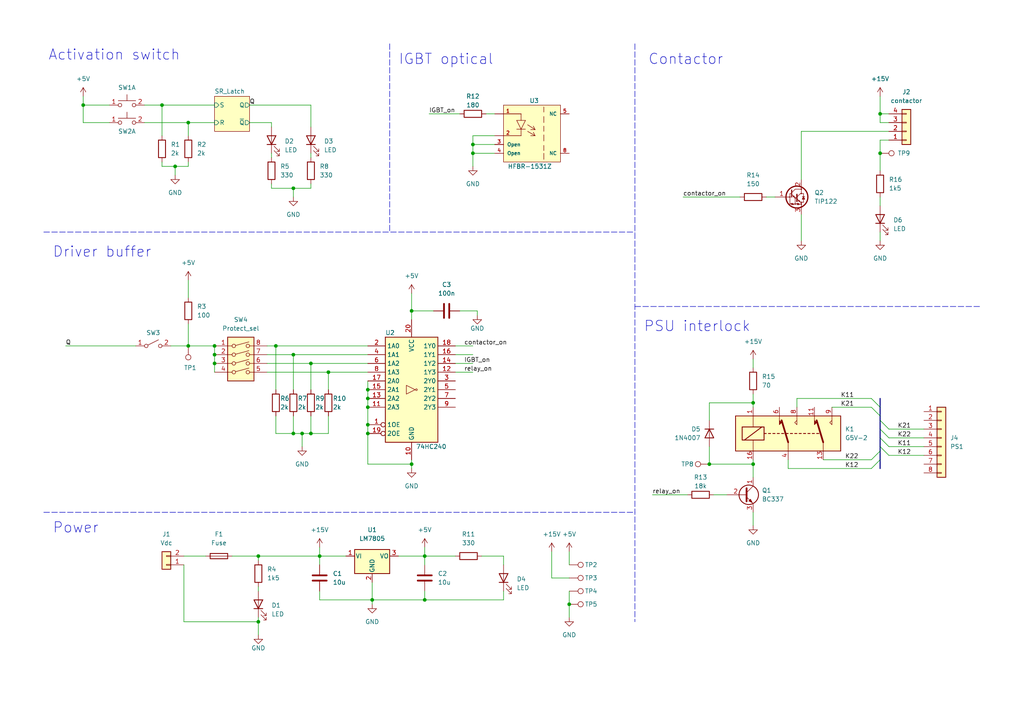
<source format=kicad_sch>
(kicad_sch (version 20211123) (generator eeschema)
  (paper "A4")
  (title_block (title "QPS Driver Circuit") (date "2022-08-26") (comment 1 "Samuel Fraga") (comment 2 "SWLS - Quench Protection"))
  (lib_symbols
    (symbol "74xx:74HC240"
      (property "Reference" "U" (at -7.62 16.51 0))
      (property "Value" "74HC240" (at -7.62 -16.51 0))
      (symbol "74HC240_1_0"
        (polyline (pts (xy 1.016 0) (xy -1.524 1.27) (xy -1.524 -1.27) (xy 1.016 0)) (stroke (width 0.1524)))
        (circle (center 1.397 0) (radius 0.254) (stroke (width 0.1524)))
        (pin input inverted (at -12.7 -10.16 0) (length 5.08) (name "1OE") (number "1"))
        (pin power_in line (at 0 -20.32 90) (length 5.08) (name "GND") (number "10"))
        (pin input line (at -12.7 -5.08 0) (length 5.08) (name "2A3") (number "11"))
        (pin tri_state line (at 12.7 5.08 180) (length 5.08) (name "1Y3") (number "12"))
        (pin input line (at -12.7 -2.54 0) (length 5.08) (name "2A2") (number "13"))
        (pin tri_state line (at 12.7 7.62 180) (length 5.08) (name "1Y2") (number "14"))
        (pin input line (at -12.7 0 0) (length 5.08) (name "2A1") (number "15"))
        (pin tri_state line (at 12.7 10.16 180) (length 5.08) (name "1Y1") (number "16"))
        (pin input line (at -12.7 2.54 0) (length 5.08) (name "2A0") (number "17"))
        (pin tri_state line (at 12.7 12.7 180) (length 5.08) (name "1Y0") (number "18"))
        (pin input inverted (at -12.7 -12.7 0) (length 5.08) (name "2OE") (number "19"))
        (pin input line (at -12.7 12.7 0) (length 5.08) (name "1A0") (number "2"))
        (pin power_in line (at 0 20.32 270) (length 5.08) (name "VCC") (number "20"))
        (pin tri_state line (at 12.7 2.54 180) (length 5.08) (name "2Y0") (number "3"))
        (pin input line (at -12.7 10.16 0) (length 5.08) (name "1A1") (number "4"))
        (pin tri_state line (at 12.7 0 180) (length 5.08) (name "2Y1") (number "5"))
        (pin input line (at -12.7 7.62 0) (length 5.08) (name "1A2") (number "6"))
        (pin tri_state line (at 12.7 -2.54 180) (length 5.08) (name "2Y2") (number "7"))
        (pin input line (at -12.7 5.08 0) (length 5.08) (name "1A3") (number "8"))
        (pin tri_state line (at 12.7 -5.08 180) (length 5.08) (name "2Y3") (number "9"))
      )
      (symbol "74HC240_1_1"
        (rectangle (start -7.62 15.24) (end 7.62 -15.24) (stroke (width 0.254)) (fill (type background)))
      )
    )
    (symbol "Connector:TestPoint" (pin_numbers hide) (pin_names (offset 0.762) hide)
      (property "Reference" "TP" (at 0 6.858 0))
      (property "Value" "TestPoint" (at 0 5.08 0))
      (symbol "TestPoint_0_1"
        (circle (center 0 3.302) (radius 0.762))
      )
      (symbol "TestPoint_1_1"
        (pin passive line (at 0 0 90) (length 2.54) (name "1") (number "1"))
      )
    )
    (symbol "Connector_Generic:Conn_01x02" (pin_names (offset 1.016) hide)
      (property "Reference" "J" (at 0 2.54 0))
      (property "Value" "Conn_01x02" (at 0 -5.08 0))
      (symbol "Conn_01x02_1_1"
        (rectangle (start -1.27 -2.413) (end 0 -2.667) (stroke (width 0.1524)))
        (rectangle (start -1.27 0.127) (end 0 -0.127) (stroke (width 0.1524)))
        (rectangle (start -1.27 1.27) (end 1.27 -3.81) (stroke (width 0.254)) (fill (type background)))
        (pin passive line (at -5.08 0 0) (length 3.81) (name "Pin_1") (number "1"))
        (pin passive line (at -5.08 -2.54 0) (length 3.81) (name "Pin_2") (number "2"))
      )
    )
    (symbol "Connector_Generic:Conn_01x04" (pin_names (offset 1.016) hide)
      (property "Reference" "J" (at 0 5.08 0))
      (property "Value" "Conn_01x04" (at 0 -7.62 0))
      (symbol "Conn_01x04_1_1"
        (rectangle (start -1.27 -4.953) (end 0 -5.207) (stroke (width 0.1524)))
        (rectangle (start -1.27 -2.413) (end 0 -2.667) (stroke (width 0.1524)))
        (rectangle (start -1.27 0.127) (end 0 -0.127) (stroke (width 0.1524)))
        (rectangle (start -1.27 2.667) (end 0 2.413) (stroke (width 0.1524)))
        (rectangle (start -1.27 3.81) (end 1.27 -6.35) (stroke (width 0.254)) (fill (type background)))
        (pin passive line (at -5.08 2.54 0) (length 3.81) (name "Pin_1") (number "1"))
        (pin passive line (at -5.08 0 0) (length 3.81) (name "Pin_2") (number "2"))
        (pin passive line (at -5.08 -2.54 0) (length 3.81) (name "Pin_3") (number "3"))
        (pin passive line (at -5.08 -5.08 0) (length 3.81) (name "Pin_4") (number "4"))
      )
    )
    (symbol "Connector_Generic:Conn_01x08" (pin_names (offset 1.016) hide)
      (property "Reference" "J" (at 0 10.16 0))
      (property "Value" "Conn_01x08" (at 0 -12.7 0))
      (symbol "Conn_01x08_1_1"
        (rectangle (start -1.27 -10.033) (end 0 -10.287) (stroke (width 0.1524)))
        (rectangle (start -1.27 -7.493) (end 0 -7.747) (stroke (width 0.1524)))
        (rectangle (start -1.27 -4.953) (end 0 -5.207) (stroke (width 0.1524)))
        (rectangle (start -1.27 -2.413) (end 0 -2.667) (stroke (width 0.1524)))
        (rectangle (start -1.27 0.127) (end 0 -0.127) (stroke (width 0.1524)))
        (rectangle (start -1.27 2.667) (end 0 2.413) (stroke (width 0.1524)))
        (rectangle (start -1.27 5.207) (end 0 4.953) (stroke (width 0.1524)))
        (rectangle (start -1.27 7.747) (end 0 7.493) (stroke (width 0.1524)))
        (rectangle (start -1.27 8.89) (end 1.27 -11.43) (stroke (width 0.254)) (fill (type background)))
        (pin passive line (at -5.08 7.62 0) (length 3.81) (name "Pin_1") (number "1"))
        (pin passive line (at -5.08 5.08 0) (length 3.81) (name "Pin_2") (number "2"))
        (pin passive line (at -5.08 2.54 0) (length 3.81) (name "Pin_3") (number "3"))
        (pin passive line (at -5.08 0 0) (length 3.81) (name "Pin_4") (number "4"))
        (pin passive line (at -5.08 -2.54 0) (length 3.81) (name "Pin_5") (number "5"))
        (pin passive line (at -5.08 -5.08 0) (length 3.81) (name "Pin_6") (number "6"))
        (pin passive line (at -5.08 -7.62 0) (length 3.81) (name "Pin_7") (number "7"))
        (pin passive line (at -5.08 -10.16 0) (length 3.81) (name "Pin_8") (number "8"))
      )
    )
    (symbol "Device:C" (pin_numbers hide) (pin_names (offset 0.254))
      (property "Reference" "C" (at 0.635 2.54 0))
      (property "Value" "C" (at 0.635 -2.54 0))
      (symbol "C_0_1"
        (polyline (pts (xy -2.032 -0.762) (xy 2.032 -0.762)) (stroke (width 0.508)))
        (polyline (pts (xy -2.032 0.762) (xy 2.032 0.762)) (stroke (width 0.508)))
      )
      (symbol "C_1_1"
        (pin passive line (at 0 3.81 270) (length 2.794) (name "~") (number "1"))
        (pin passive line (at 0 -3.81 90) (length 2.794) (name "~") (number "2"))
      )
    )
    (symbol "Device:D" (pin_numbers hide) (pin_names (offset 1.016) hide)
      (property "Reference" "D" (at 0 2.54 0))
      (property "Value" "D" (at 0 -2.54 0))
      (symbol "D_0_1"
        (polyline (pts (xy -1.27 1.27) (xy -1.27 -1.27)) (stroke (width 0.254)))
        (polyline (pts (xy 1.27 0) (xy -1.27 0)))
        (polyline (pts (xy 1.27 1.27) (xy 1.27 -1.27) (xy -1.27 0) (xy 1.27 1.27)) (stroke (width 0.254)))
      )
      (symbol "D_1_1"
        (pin passive line (at -3.81 0 0) (length 2.54) (name "K") (number "1"))
        (pin passive line (at 3.81 0 180) (length 2.54) (name "A") (number "2"))
      )
    )
    (symbol "Device:Fuse" (pin_numbers hide) (pin_names (offset 0))
      (property "Reference" "F" (at 2.032 0 90))
      (property "Value" "Fuse" (at -1.905 0 90))
      (symbol "Fuse_0_1"
        (rectangle (start -0.762 -2.54) (end 0.762 2.54) (stroke (width 0.254)))
        (polyline (pts (xy 0 2.54) (xy 0 -2.54)))
      )
      (symbol "Fuse_1_1"
        (pin passive line (at 0 3.81 270) (length 1.27) (name "~") (number "1"))
        (pin passive line (at 0 -3.81 90) (length 1.27) (name "~") (number "2"))
      )
    )
    (symbol "Device:LED" (pin_numbers hide) (pin_names (offset 1.016) hide)
      (property "Reference" "D" (at 0 2.54 0))
      (property "Value" "LED" (at 0 -2.54 0))
      (symbol "LED_0_1"
        (polyline (pts (xy -1.27 -1.27) (xy -1.27 1.27)) (stroke (width 0.254)))
        (polyline (pts (xy -1.27 0) (xy 1.27 0)))
        (polyline (pts (xy 1.27 -1.27) (xy 1.27 1.27) (xy -1.27 0) (xy 1.27 -1.27)) (stroke (width 0.254)))
        (polyline (pts (xy -3.048 -0.762) (xy -4.572 -2.286) (xy -3.81 -2.286) (xy -4.572 -2.286) (xy -4.572 -1.524)))
        (polyline (pts (xy -1.778 -0.762) (xy -3.302 -2.286) (xy -2.54 -2.286) (xy -3.302 -2.286) (xy -3.302 -1.524)))
      )
      (symbol "LED_1_1"
        (pin passive line (at -3.81 0 0) (length 2.54) (name "K") (number "1"))
        (pin passive line (at 3.81 0 180) (length 2.54) (name "A") (number "2"))
      )
    )
    (symbol "Device:R" (pin_numbers hide) (pin_names (offset 0))
      (property "Reference" "R" (at 2.032 0 90))
      (property "Value" "R" (at 0 0 90))
      (symbol "R_0_1"
        (rectangle (start -1.016 -2.54) (end 1.016 2.54) (stroke (width 0.254)))
      )
      (symbol "R_1_1"
        (pin passive line (at 0 3.81 270) (length 1.27) (name "~") (number "1"))
        (pin passive line (at 0 -3.81 90) (length 1.27) (name "~") (number "2"))
      )
    )
    (symbol "HFBR-1531Z_1" (pin_names (offset 1.016))
      (property "Reference" "U?" (at 14.605 7.62 0))
      (property "Value" "HFBR-1531Z" (at 14.605 5.08 0))
      (symbol "HFBR-1531Z_1_1_1"
        (polyline (pts (xy 8.89 -4.445) (xy 11.43 -4.445)))
        (polyline (pts (xy 8.89 -1.905) (xy 11.43 -1.905)))
        (polyline (pts (xy 10.16 -4.445) (xy 8.89 -1.905)))
        (polyline (pts (xy 10.16 -4.445) (xy 10.16 -6.35)))
        (polyline (pts (xy 10.16 0) (xy 10.16 -1.905)))
        (polyline (pts (xy 11.43 -1.905) (xy 10.16 -4.445)))
        (polyline (pts (xy 12.065 -5.08) (xy 14.224 -6.35)))
        (polyline (pts (xy 12.065 -3.175) (xy 14.224 -4.572)))
        (polyline (pts (xy 13.716 -5.334) (xy 14.224 -6.35)))
        (polyline (pts (xy 13.716 -3.556) (xy 14.224 -4.572)))
        (polyline (pts (xy 14.224 -6.35) (xy 12.954 -6.35)))
        (polyline (pts (xy 14.224 -4.572) (xy 12.954 -4.572)))
        (polyline (pts (xy 16.764 -11.43) (xy 16.764 -13.208)))
        (polyline (pts (xy 16.764 -9.144) (xy 16.764 -10.668)))
        (polyline (pts (xy 16.764 -6.096) (xy 16.764 -7.874)))
        (polyline (pts (xy 16.764 -3.556) (xy 16.764 -5.08)))
        (polyline (pts (xy 16.764 -0.762) (xy 16.764 -2.54)))
        (polyline (pts (xy 16.764 2.032) (xy 16.764 0.508)))
        (rectangle (start 5.08 2.54) (end 21.59 -13.97) (fill (type background)))
        (pin passive line (at 2.54 0 0) (length 7.62) (name "Anode") (number "1"))
        (pin passive line (at 2.54 -6.35 0) (length 7.62) (name "Cathode") (number "2"))
        (pin passive line (at 2.54 -8.89 0) (length 2.54) (name "Open") (number "3"))
        (pin passive line (at 2.54 -11.43 0) (length 2.54) (name "Open") (number "4"))
        (pin passive line (at 24.13 0 180) (length 2.54) (name "NC") (number "5"))
        (pin passive line (at 24.13 -11.43 180) (length 2.54) (name "NC") (number "8"))
      )
    )
    (symbol "Regulator_Linear:LM7805_TO220" (pin_names (offset 0.254))
      (property "Reference" "U" (at -3.81 3.175 0))
      (property "Value" "LM7805_TO220" (at 0 3.175 0))
      (symbol "LM7805_TO220_0_1"
        (rectangle (start -5.08 1.905) (end 5.08 -5.08) (stroke (width 0.254)) (fill (type background)))
      )
      (symbol "LM7805_TO220_1_1"
        (pin power_in line (at -7.62 0 0) (length 2.54) (name "VI") (number "1"))
        (pin power_in line (at 0 -7.62 90) (length 2.54) (name "GND") (number "2"))
        (pin power_out line (at 7.62 0 180) (length 2.54) (name "VO") (number "3"))
      )
    )
    (symbol "Relay:G5V-2"
      (property "Reference" "K" (at 16.51 3.81 0))
      (property "Value" "G5V-2" (at 16.51 1.27 0))
      (symbol "G5V-2_0_1"
        (rectangle (start -15.24 5.08) (end 15.24 -5.08) (stroke (width 0.254)) (fill (type background)))
        (rectangle (start -13.335 1.905) (end -6.985 -1.905) (stroke (width 0.254)))
        (polyline (pts (xy -12.7 -1.905) (xy -7.62 1.905)) (stroke (width 0.254)))
        (polyline (pts (xy -10.16 -5.08) (xy -10.16 -1.905)))
        (polyline (pts (xy -10.16 5.08) (xy -10.16 1.905)))
        (polyline (pts (xy -6.985 0) (xy -6.35 0)) (stroke (width 0.254)))
        (polyline (pts (xy -5.715 0) (xy -5.08 0)) (stroke (width 0.254)))
        (polyline (pts (xy -4.445 0) (xy -3.81 0)) (stroke (width 0.254)))
        (polyline (pts (xy -3.175 0) (xy -2.54 0)) (stroke (width 0.254)))
        (polyline (pts (xy -1.905 0) (xy -1.27 0)) (stroke (width 0.254)))
        (polyline (pts (xy -0.635 0) (xy 0 0)) (stroke (width 0.254)))
        (polyline (pts (xy 0 -2.54) (xy -1.905 3.81)) (stroke (width 0.508)))
        (polyline (pts (xy 0 -2.54) (xy 0 -5.08)))
        (polyline (pts (xy 0.635 0) (xy 1.27 0)) (stroke (width 0.254)))
        (polyline (pts (xy 1.905 0) (xy 2.54 0)) (stroke (width 0.254)))
        (polyline (pts (xy 3.175 0) (xy 3.81 0)) (stroke (width 0.254)))
        (polyline (pts (xy 4.445 0) (xy 5.08 0)) (stroke (width 0.254)))
        (polyline (pts (xy 5.715 0) (xy 6.35 0)) (stroke (width 0.254)))
        (polyline (pts (xy 6.985 0) (xy 7.62 0)) (stroke (width 0.254)))
        (polyline (pts (xy 8.255 0) (xy 8.89 0)) (stroke (width 0.254)))
        (polyline (pts (xy 10.16 -2.54) (xy 8.255 3.81)) (stroke (width 0.508)))
        (polyline (pts (xy 10.16 -2.54) (xy 10.16 -5.08)))
        (polyline (pts (xy -2.54 5.08) (xy -2.54 2.54) (xy -1.905 3.175) (xy -2.54 3.81)) (fill (type outline)))
        (polyline (pts (xy 2.54 5.08) (xy 2.54 2.54) (xy 1.905 3.175) (xy 2.54 3.81)))
        (polyline (pts (xy 7.62 5.08) (xy 7.62 2.54) (xy 8.255 3.175) (xy 7.62 3.81)) (fill (type outline)))
        (polyline (pts (xy 12.7 5.08) (xy 12.7 2.54) (xy 12.065 3.175) (xy 12.7 3.81)))
      )
      (symbol "G5V-2_1_1"
        (pin passive line (at -10.16 7.62 270) (length 2.54) (name "~") (number "1"))
        (pin passive line (at 7.62 7.62 270) (length 2.54) (name "~") (number "11"))
        (pin passive line (at 10.16 -7.62 90) (length 2.54) (name "~") (number "13"))
        (pin passive line (at -10.16 -7.62 90) (length 2.54) (name "~") (number "16"))
        (pin passive line (at 0 -7.62 90) (length 2.54) (name "~") (number "4"))
        (pin passive line (at -2.54 7.62 270) (length 2.54) (name "~") (number "6"))
        (pin passive line (at 2.54 7.62 270) (length 2.54) (name "~") (number "8"))
        (pin passive line (at 12.7 7.62 270) (length 2.54) (name "~") (number "9"))
      )
    )
    (symbol "Switch:SW_DIP_x04" (pin_names (offset 0) hide)
      (property "Reference" "SW" (at 0 8.89 0))
      (property "Value" "SW_DIP_x04" (at 0 -6.35 0))
      (symbol "SW_DIP_x04_0_0"
        (circle (center -2.032 -2.54) (radius 0.508))
        (circle (center -2.032 0) (radius 0.508))
        (circle (center -2.032 2.54) (radius 0.508))
        (circle (center -2.032 5.08) (radius 0.508))
        (polyline (pts (xy -1.524 -2.3876) (xy 2.3622 -1.3462)))
        (polyline (pts (xy -1.524 0.127) (xy 2.3622 1.1684)))
        (polyline (pts (xy -1.524 2.667) (xy 2.3622 3.7084)))
        (polyline (pts (xy -1.524 5.207) (xy 2.3622 6.2484)))
        (circle (center 2.032 -2.54) (radius 0.508))
        (circle (center 2.032 0) (radius 0.508))
        (circle (center 2.032 2.54) (radius 0.508))
        (circle (center 2.032 5.08) (radius 0.508))
      )
      (symbol "SW_DIP_x04_0_1"
        (rectangle (start -3.81 7.62) (end 3.81 -5.08) (stroke (width 0.254)) (fill (type background)))
      )
      (symbol "SW_DIP_x04_1_1"
        (pin passive line (at -7.62 5.08 0) (length 5.08) (name "~") (number "1"))
        (pin passive line (at -7.62 2.54 0) (length 5.08) (name "~") (number "2"))
        (pin passive line (at -7.62 0 0) (length 5.08) (name "~") (number "3"))
        (pin passive line (at -7.62 -2.54 0) (length 5.08) (name "~") (number "4"))
        (pin passive line (at 7.62 -2.54 180) (length 5.08) (name "~") (number "5"))
        (pin passive line (at 7.62 0 180) (length 5.08) (name "~") (number "6"))
        (pin passive line (at 7.62 2.54 180) (length 5.08) (name "~") (number "7"))
        (pin passive line (at 7.62 5.08 180) (length 5.08) (name "~") (number "8"))
      )
    )
    (symbol "Switch:SW_Push_Dual_x2" (pin_names (offset 1.016) hide)
      (property "Reference" "SW" (at 1.27 2.54 0))
      (property "Value" "SW_Push_Dual_x2" (at 0 -1.524 0))
      (symbol "SW_Push_Dual_x2_0_1"
        (circle (center -2.032 0) (radius 0.508))
        (polyline (pts (xy 0 1.27) (xy 0 3.048)))
        (polyline (pts (xy 2.54 1.27) (xy -2.54 1.27)))
        (circle (center 2.032 0) (radius 0.508))
      )
      (symbol "SW_Push_Dual_x2_1_1"
        (pin passive line (at -5.08 0 0) (length 2.54) (name "C") (number "1"))
        (pin passive line (at 5.08 0 180) (length 2.54) (name "D") (number "2"))
      )
      (symbol "SW_Push_Dual_x2_2_1"
        (pin passive line (at -5.08 0 0) (length 2.54) (name "C") (number "3"))
        (pin passive line (at 5.08 0 180) (length 2.54) (name "D") (number "4"))
      )
    )
    (symbol "Switch:SW_SPST" (pin_names (offset 0) hide)
      (property "Reference" "SW" (at 0 3.175 0))
      (property "Value" "SW_SPST" (at 0 -2.54 0))
      (symbol "SW_SPST_0_0"
        (circle (center -2.032 0) (radius 0.508))
        (polyline (pts (xy -1.524 0.254) (xy 1.524 1.778)))
        (circle (center 2.032 0) (radius 0.508))
      )
      (symbol "SW_SPST_1_1"
        (pin passive line (at -5.08 0 0) (length 2.54) (name "A") (number "1"))
        (pin passive line (at 5.08 0 180) (length 2.54) (name "B") (number "2"))
      )
    )
    (symbol "Transistor_BJT:BC337" (pin_names (offset 0) hide)
      (property "Reference" "Q" (at 5.08 1.905 0))
      (property "Value" "BC337" (at 5.08 0 0))
      (symbol "BC337_0_1"
        (polyline (pts (xy 0 0) (xy 0.635 0)))
        (polyline (pts (xy 0.635 0.635) (xy 2.54 2.54)))
        (polyline (pts (xy 0.635 -0.635) (xy 2.54 -2.54) (xy 2.54 -2.54)))
        (polyline (pts (xy 0.635 1.905) (xy 0.635 -1.905) (xy 0.635 -1.905)) (stroke (width 0.508)))
        (polyline (pts (xy 1.27 -1.778) (xy 1.778 -1.27) (xy 2.286 -2.286) (xy 1.27 -1.778) (xy 1.27 -1.778)) (fill (type outline)))
        (circle (center 1.27 0) (radius 2.8194) (stroke (width 0.254)))
      )
      (symbol "BC337_1_1"
        (pin passive line (at 2.54 5.08 270) (length 2.54) (name "C") (number "1"))
        (pin input line (at -5.08 0 0) (length 5.08) (name "B") (number "2"))
        (pin passive line (at 2.54 -5.08 90) (length 2.54) (name "E") (number "3"))
      )
    )
    (symbol "Transistor_BJT:TIP122" (pin_names (offset 0) hide)
      (property "Reference" "Q" (at 5.08 1.905 0))
      (property "Value" "TIP122" (at 5.08 0 0))
      (symbol "TIP122_0_1"
        (circle (center -0.762 0) (radius 0.127))
        (polyline (pts (xy -1.27 0) (xy -0.889 0)))
        (polyline (pts (xy 2.54 -2.032) (xy 2.54 -2.54)))
        (polyline (pts (xy 2.54 -1.524) (xy 3.175 -1.524)))
        (polyline (pts (xy 2.794 0.127) (xy 3.556 0.127)))
        (polyline (pts (xy 3.175 -0.635) (xy 3.175 -1.524)))
        (polyline (pts (xy 3.175 1.016) (xy 2.54 1.016)))
        (polyline (pts (xy 3.175 1.016) (xy 3.175 0.127)))
        (polyline (pts (xy -0.254 0.762) (xy 0.762 -0.254) (xy 1.27 -0.254)))
        (polyline (pts (xy -0.254 1.016) (xy -0.762 1.016) (xy -0.762 -2.032)))
        (polyline (pts (xy -0.254 1.27) (xy 0.762 2.286) (xy 2.54 2.286)))
        (polyline (pts (xy -0.254 2.032) (xy -0.254 0) (xy -0.254 0)) (stroke (width 0.3048)))
        (polyline (pts (xy 1.27 0.762) (xy 1.27 -1.27) (xy 1.27 -1.27)) (stroke (width 0.381)))
        (polyline (pts (xy 0.635 -0.127) (xy 0.381 0.381) (xy 0.127 0.127) (xy 0.635 -0.127)))
        (polyline (pts (xy 1.27 -0.508) (xy 2.286 -1.524) (xy 2.54 -1.524) (xy 2.54 -2.032)))
        (polyline (pts (xy 1.27 0) (xy 2.286 1.016) (xy 2.54 1.016) (xy 2.54 2.286)))
        (polyline (pts (xy 2.159 -1.397) (xy 1.905 -0.889) (xy 1.651 -1.143) (xy 2.159 -1.397)))
        (polyline (pts (xy 3.175 0.127) (xy 2.794 -0.635) (xy 3.556 -0.635) (xy 3.175 0.127)) (fill (type outline)))
        (polyline (pts (xy 0.762 -2.032) (xy 0.381 -2.032) (xy 0.254 -2.286) (xy 0.127 -1.778) (xy 0 -2.286) (xy -0.127 -1.778) (xy -0.254 -2.286) (xy -0.381 -1.778) (xy -0.508 -2.032) (xy -0.762 -2.032)))
        (polyline (pts (xy 0.762 -0.254) (xy 0.762 -2.032) (xy 1.143 -2.032) (xy 1.27 -1.778) (xy 1.397 -2.286) (xy 1.524 -1.778) (xy 1.651 -2.286) (xy 1.778 -1.778) (xy 1.905 -2.286) (xy 2.032 -2.032) (xy 2.54 -2.032)))
        (circle (center 0.762 -2.032) (radius 0.127))
        (circle (center 0.762 -0.254) (radius 0.127))
        (circle (center 1.27 0) (radius 3.175) (stroke (width 0.3556)))
        (circle (center 2.54 -2.032) (radius 0.127))
        (circle (center 2.54 -1.524) (radius 0.127))
        (circle (center 2.54 1.016) (radius 0.127))
        (circle (center 2.54 2.286) (radius 0.127))
      )
      (symbol "TIP122_1_1"
        (pin input line (at -5.08 0 0) (length 3.81) (name "B") (number "1"))
        (pin passive line (at 2.54 5.08 270) (length 2.667) (name "C") (number "2"))
        (pin passive line (at 2.54 -5.08 90) (length 2.54) (name "E") (number "3"))
      )
    )
    (symbol "power:+15V" (power) (pin_names (offset 0))
      (property "Value" "+15V" (at 0 3.556 0))
      (symbol "+15V_0_1"
        (polyline (pts (xy -0.762 1.27) (xy 0 2.54)))
        (polyline (pts (xy 0 0) (xy 0 2.54)))
        (polyline (pts (xy 0 2.54) (xy 0.762 1.27)))
      )
      (symbol "+15V_1_1"
        (pin power_in line (at 0 0 90) (length 0) hide (name "+15V") (number "1"))
      )
    )
    (symbol "power:+5V" (power) (pin_names (offset 0))
      (property "Value" "+5V" (at 0 3.556 0))
      (symbol "+5V_0_1"
        (polyline (pts (xy -0.762 1.27) (xy 0 2.54)))
        (polyline (pts (xy 0 0) (xy 0 2.54)))
        (polyline (pts (xy 0 2.54) (xy 0.762 1.27)))
      )
      (symbol "+5V_1_1"
        (pin power_in line (at 0 0 90) (length 0) hide (name "+5V") (number "1"))
      )
    )
    (symbol "power:GND" (power) (pin_names (offset 0))
      (property "Value" "GND" (at 0 -3.81 0))
      (symbol "GND_0_1"
        (polyline (pts (xy 0 0) (xy 0 -1.27) (xy 1.27 -1.27) (xy 0 -2.54) (xy -1.27 -1.27) (xy 0 -1.27)))
      )
      (symbol "GND_1_1"
        (pin power_in line (at 0 0 270) (length 0) hide (name "GND") (number "1"))
      )
    )
  )
  (junction (at 106.68 118.11))
  (junction (at 74.93 161.29))
  (junction (at 123.19 173.99))
  (junction (at 106.68 113.03))
  (junction (at 95.25 107.95))
  (junction (at 24.13 30.48))
  (junction (at 62.23 105.41))
  (junction (at 54.61 35.56))
  (junction (at 85.09 102.87))
  (junction (at 85.09 125.73))
  (junction (at 46.99 30.48))
  (junction (at 255.27 33.02))
  (junction (at 119.38 90.17))
  (junction (at 90.17 105.41))
  (junction (at 92.71 161.29))
  (junction (at 50.8 48.26))
  (junction (at 137.16 44.45))
  (junction (at 137.16 41.91))
  (junction (at 123.19 161.29))
  (junction (at 165.1 175.26))
  (junction (at 218.44 116.84))
  (junction (at 74.93 180.34))
  (junction (at 218.44 134.62))
  (junction (at 62.23 102.87))
  (junction (at 119.38 134.62))
  (junction (at 106.68 115.57))
  (junction (at 255.27 44.45))
  (junction (at 62.23 100.33))
  (junction (at 87.63 125.73))
  (junction (at 107.95 173.99))
  (junction (at 54.61 100.33))
  (junction (at 106.68 125.73))
  (junction (at 90.17 125.73))
  (junction (at 205.74 134.62))
  (junction (at 80.01 100.33))
  (junction (at 106.68 123.19))
  (junction (at 85.09 54.61))
  (bus_entry (at 252.73 133.35) (size 2.54 -2.54))
  (bus_entry (at 252.73 135.89) (size 2.54 -2.54))
  (bus_entry (at 255.27 121.92) (size 2.54 2.54))
  (bus_entry (at 255.27 124.46) (size 2.54 2.54))
  (bus_entry (at 255.27 129.54) (size 2.54 2.54))
  (bus_entry (at 255.27 127) (size 2.54 2.54))
  (bus_entry (at 252.73 118.11) (size 2.54 2.54))
  (bus_entry (at 252.73 115.57) (size 2.54 2.54))
  (wire (pts (xy 92.71 173.99) (xy 107.95 173.99)))
  (wire (pts (xy 123.19 163.83) (xy 123.19 161.29)))
  (wire (pts (xy 46.99 48.26) (xy 50.8 48.26)))
  (wire (pts (xy 62.23 102.87) (xy 62.23 105.41)))
  (wire (pts (xy 132.08 102.87) (xy 137.16 102.87)))
  (wire (pts (xy 95.25 107.95) (xy 106.68 107.95)))
  (wire (pts (xy 257.81 35.56) (xy 255.27 35.56)))
  (wire (pts (xy 138.43 90.17) (xy 133.35 90.17)))
  (wire (pts (xy 78.74 54.61) (xy 85.09 54.61)))
  (wire (pts (xy 53.34 180.34) (xy 74.93 180.34)))
  (polyline (pts (xy 12.7 148.59) (xy 184.15 148.59)))
  (wire (pts (xy 257.81 40.64) (xy 255.27 40.64)))
  (wire (pts (xy 95.25 107.95) (xy 95.25 113.03)))
  (wire (pts (xy 106.68 113.03) (xy 106.68 115.57)))
  (wire (pts (xy 46.99 30.48) (xy 62.23 30.48)))
  (wire (pts (xy 77.47 107.95) (xy 95.25 107.95)))
  (wire (pts (xy 80.01 100.33) (xy 80.01 113.03)))
  (wire (pts (xy 85.09 54.61) (xy 90.17 54.61)))
  (wire (pts (xy 255.27 33.02) (xy 255.27 27.94)))
  (wire (pts (xy 119.38 133.35) (xy 119.38 134.62)))
  (wire (pts (xy 107.95 173.99) (xy 123.19 173.99)))
  (wire (pts (xy 46.99 48.26) (xy 46.99 46.99)))
  (wire (pts (xy 92.71 171.45) (xy 92.71 173.99)))
  (wire (pts (xy 119.38 90.17) (xy 125.73 90.17)))
  (wire (pts (xy 54.61 81.28) (xy 54.61 86.36)))
  (polyline (pts (xy 12.7 67.31) (xy 184.15 67.31)))
  (wire (pts (xy 123.19 161.29) (xy 132.08 161.29)))
  (wire (pts (xy 78.74 35.56) (xy 78.74 36.83)))
  (wire (pts (xy 165.1 171.45) (xy 165.1 175.26)))
  (wire (pts (xy 106.68 125.73) (xy 106.68 134.62)))
  (wire (pts (xy 238.76 133.35) (xy 252.73 133.35)))
  (wire (pts (xy 90.17 105.41) (xy 106.68 105.41)))
  (wire (pts (xy 137.16 48.26) (xy 137.16 44.45)))
  (wire (pts (xy 257.81 124.46) (xy 267.97 124.46)))
  (wire (pts (xy 90.17 125.73) (xy 95.25 125.73)))
  (bus (pts (xy 255.27 124.46) (xy 255.27 127)))
  (wire (pts (xy 87.63 125.73) (xy 87.63 129.54)))
  (wire (pts (xy 107.95 168.91) (xy 107.95 173.99)))
  (wire (pts (xy 100.33 161.29) (xy 92.71 161.29)))
  (wire (pts (xy 24.13 27.94) (xy 24.13 30.48)))
  (wire (pts (xy 53.34 163.83) (xy 53.34 180.34)))
  (wire (pts (xy 218.44 116.84) (xy 218.44 118.11)))
  (wire (pts (xy 49.53 100.33) (xy 54.61 100.33)))
  (bus (pts (xy 255.27 133.35) (xy 255.27 135.89)))
  (wire (pts (xy 232.41 38.1) (xy 232.41 52.07)))
  (bus (pts (xy 255.27 130.81) (xy 255.27 133.35)))
  (wire (pts (xy 124.46 33.02) (xy 133.35 33.02)))
  (wire (pts (xy 54.61 48.26) (xy 54.61 46.99)))
  (wire (pts (xy 54.61 93.98) (xy 54.61 100.33)))
  (wire (pts (xy 67.31 161.29) (xy 74.93 161.29)))
  (wire (pts (xy 24.13 30.48) (xy 24.13 35.56)))
  (wire (pts (xy 77.47 102.87) (xy 85.09 102.87)))
  (wire (pts (xy 189.23 143.51) (xy 199.39 143.51)))
  (wire (pts (xy 218.44 114.3) (xy 218.44 116.84)))
  (wire (pts (xy 231.14 115.57) (xy 231.14 118.11)))
  (wire (pts (xy 139.7 161.29) (xy 146.05 161.29)))
  (wire (pts (xy 72.39 30.48) (xy 90.17 30.48)))
  (wire (pts (xy 137.16 41.91) (xy 137.16 39.37)))
  (wire (pts (xy 106.68 110.49) (xy 106.68 113.03)))
  (wire (pts (xy 90.17 105.41) (xy 90.17 113.03)))
  (bus (pts (xy 255.27 118.11) (xy 255.27 120.65)))
  (wire (pts (xy 205.74 129.54) (xy 205.74 134.62)))
  (wire (pts (xy 95.25 125.73) (xy 95.25 120.65)))
  (wire (pts (xy 115.57 161.29) (xy 123.19 161.29)))
  (wire (pts (xy 54.61 35.56) (xy 54.61 39.37)))
  (wire (pts (xy 218.44 134.62) (xy 218.44 138.43)))
  (wire (pts (xy 54.61 48.26) (xy 50.8 48.26)))
  (wire (pts (xy 24.13 30.48) (xy 31.75 30.48)))
  (wire (pts (xy 80.01 120.65) (xy 80.01 125.73)))
  (wire (pts (xy 146.05 173.99) (xy 123.19 173.99)))
  (wire (pts (xy 241.3 118.11) (xy 252.73 118.11)))
  (wire (pts (xy 132.08 100.33) (xy 137.16 100.33)))
  (wire (pts (xy 207.01 143.51) (xy 210.82 143.51)))
  (wire (pts (xy 119.38 85.09) (xy 119.38 90.17)))
  (wire (pts (xy 255.27 44.45) (xy 255.27 49.53)))
  (wire (pts (xy 257.81 38.1) (xy 232.41 38.1)))
  (wire (pts (xy 205.74 121.92) (xy 205.74 116.84)))
  (wire (pts (xy 92.71 161.29) (xy 92.71 163.83)))
  (wire (pts (xy 72.39 35.56) (xy 78.74 35.56)))
  (wire (pts (xy 132.08 105.41) (xy 137.16 105.41)))
  (wire (pts (xy 205.74 134.62) (xy 218.44 134.62)))
  (wire (pts (xy 80.01 125.73) (xy 85.09 125.73)))
  (wire (pts (xy 252.73 115.57) (xy 231.14 115.57)))
  (wire (pts (xy 257.81 129.54) (xy 267.97 129.54)))
  (polyline (pts (xy 113.03 12.7) (xy 113.03 67.31)))
  (wire (pts (xy 138.43 91.44) (xy 138.43 90.17)))
  (wire (pts (xy 255.27 40.64) (xy 255.27 44.45)))
  (wire (pts (xy 119.38 134.62) (xy 119.38 135.89)))
  (wire (pts (xy 165.1 160.02) (xy 165.1 163.83)))
  (bus (pts (xy 255.27 127) (xy 255.27 129.54)))
  (wire (pts (xy 165.1 167.64) (xy 160.02 167.64)))
  (wire (pts (xy 257.81 33.02) (xy 255.27 33.02)))
  (wire (pts (xy 78.74 53.34) (xy 78.74 54.61)))
  (wire (pts (xy 54.61 35.56) (xy 62.23 35.56)))
  (wire (pts (xy 92.71 158.75) (xy 92.71 161.29)))
  (wire (pts (xy 252.73 135.89) (xy 228.6 135.89)))
  (wire (pts (xy 53.34 161.29) (xy 59.69 161.29)))
  (wire (pts (xy 146.05 161.29) (xy 146.05 163.83)))
  (wire (pts (xy 106.68 134.62) (xy 119.38 134.62)))
  (wire (pts (xy 218.44 148.59) (xy 218.44 152.4)))
  (wire (pts (xy 132.08 107.95) (xy 137.16 107.95)))
  (wire (pts (xy 257.81 132.08) (xy 267.97 132.08)))
  (wire (pts (xy 255.27 67.31) (xy 255.27 69.85)))
  (wire (pts (xy 77.47 100.33) (xy 80.01 100.33)))
  (bus (pts (xy 255.27 115.57) (xy 255.27 118.11)))
  (wire (pts (xy 50.8 48.26) (xy 50.8 50.8)))
  (wire (pts (xy 77.47 105.41) (xy 90.17 105.41)))
  (wire (pts (xy 137.16 39.37) (xy 143.51 39.37)))
  (wire (pts (xy 123.19 173.99) (xy 123.19 171.45)))
  (wire (pts (xy 62.23 100.33) (xy 62.23 102.87)))
  (wire (pts (xy 62.23 105.41) (xy 62.23 107.95)))
  (wire (pts (xy 165.1 175.26) (xy 165.1 179.07)))
  (wire (pts (xy 24.13 35.56) (xy 31.75 35.56)))
  (wire (pts (xy 74.93 170.18) (xy 74.93 171.45)))
  (wire (pts (xy 257.81 127) (xy 267.97 127)))
  (wire (pts (xy 90.17 44.45) (xy 90.17 45.72)))
  (wire (pts (xy 74.93 161.29) (xy 92.71 161.29)))
  (wire (pts (xy 80.01 100.33) (xy 106.68 100.33)))
  (wire (pts (xy 41.91 30.48) (xy 46.99 30.48)))
  (wire (pts (xy 146.05 171.45) (xy 146.05 173.99)))
  (wire (pts (xy 90.17 120.65) (xy 90.17 125.73)))
  (wire (pts (xy 218.44 104.14) (xy 218.44 106.68)))
  (wire (pts (xy 74.93 180.34) (xy 74.93 184.15)))
  (wire (pts (xy 85.09 125.73) (xy 87.63 125.73)))
  (wire (pts (xy 54.61 100.33) (xy 62.23 100.33)))
  (wire (pts (xy 19.05 100.33) (xy 39.37 100.33)))
  (wire (pts (xy 78.74 44.45) (xy 78.74 45.72)))
  (wire (pts (xy 255.27 57.15) (xy 255.27 59.69)))
  (wire (pts (xy 46.99 30.48) (xy 46.99 39.37)))
  (wire (pts (xy 74.93 162.56) (xy 74.93 161.29)))
  (wire (pts (xy 85.09 102.87) (xy 106.68 102.87)))
  (wire (pts (xy 41.91 35.56) (xy 54.61 35.56)))
  (wire (pts (xy 106.68 118.11) (xy 106.68 123.19)))
  (wire (pts (xy 90.17 36.83) (xy 90.17 30.48)))
  (wire (pts (xy 137.16 44.45) (xy 143.51 44.45)))
  (wire (pts (xy 119.38 90.17) (xy 119.38 92.71)))
  (bus (pts (xy 255.27 129.54) (xy 255.27 130.81)))
  (wire (pts (xy 140.97 33.02) (xy 143.51 33.02)))
  (wire (pts (xy 222.25 57.15) (xy 224.79 57.15)))
  (wire (pts (xy 137.16 44.45) (xy 137.16 41.91)))
  (bus (pts (xy 255.27 120.65) (xy 255.27 121.92)))
  (wire (pts (xy 85.09 102.87) (xy 85.09 113.03)))
  (wire (pts (xy 205.74 116.84) (xy 218.44 116.84)))
  (wire (pts (xy 198.12 57.15) (xy 214.63 57.15)))
  (wire (pts (xy 74.93 179.07) (xy 74.93 180.34)))
  (polyline (pts (xy 184.15 88.9) (xy 284.48 88.9)))
  (wire (pts (xy 90.17 54.61) (xy 90.17 53.34)))
  (bus (pts (xy 255.27 121.92) (xy 255.27 124.46)))
  (wire (pts (xy 123.19 158.75) (xy 123.19 161.29)))
  (wire (pts (xy 218.44 133.35) (xy 218.44 134.62)))
  (polyline (pts (xy 184.15 12.7) (xy 184.15 180.34)))
  (wire (pts (xy 106.68 115.57) (xy 106.68 118.11)))
  (wire (pts (xy 255.27 35.56) (xy 255.27 33.02)))
  (wire (pts (xy 160.02 167.64) (xy 160.02 160.02)))
  (wire (pts (xy 87.63 125.73) (xy 90.17 125.73)))
  (wire (pts (xy 228.6 135.89) (xy 228.6 133.35)))
  (wire (pts (xy 232.41 62.23) (xy 232.41 69.85)))
  (wire (pts (xy 107.95 173.99) (xy 107.95 175.26)))
  (wire (pts (xy 85.09 54.61) (xy 85.09 57.15)))
  (wire (pts (xy 137.16 41.91) (xy 143.51 41.91)))
  (wire (pts (xy 106.68 123.19) (xy 106.68 125.73)))
  (wire (pts (xy 85.09 120.65) (xy 85.09 125.73)))
  (text "Power\n" (at 15.24 154.94 0) (effects (font (size 3 3)) (justify left bottom)))
  (text "Contactor" (at 187.96 19.05 0) (effects (font (size 3 3)) (justify left bottom)))
  (text "PSU interlock" (at 186.69 96.52 0) (effects (font (size 3 3)) (justify left bottom)))
  (text "Driver buffer\n" (at 15.24 74.93 0) (effects (font (size 3 3)) (justify left bottom)))
  (text "IGBT optical\n" (at 115.57 19.05 0) (effects (font (size 3 3)) (justify left bottom)))
  (text "Activation switch\n" (at 13.97 17.78 0) (effects (font (size 3 3)) (justify left bottom)))
  (label "relay_on" (at 134.62 107.95 0))
  (label "K21" (at 243.84 118.11 0))
  (label "contactor_on" (at 134.62 100.33 0))
  (label "K12" (at 260.35 132.08 0))
  (label "K11" (at 260.35 129.54 0))
  (label "K22" (at 245.11 133.35 0))
  (label "Q" (at 19.05 100.33 0))
  (label "contactor_on" (at 198.12 57.15 0))
  (label "K11" (at 243.84 115.57 0))
  (label "K12" (at 245.11 135.89 0))
  (label "IGBT_on" (at 134.62 105.41 0))
  (label "relay_on" (at 189.23 143.51 0))
  (label "K21" (at 260.35 124.46 0))
  (label "IGBT_on" (at 124.46 33.02 0))
  (label "Q" (at 72.39 30.48 0))
  (label "K22" (at 260.35 127 0))
  (symbol (lib_id "power:GND") (at 119.38 135.89 0) (unit 1)
    (property "Reference" "#PWR011" (effects hide))
    (property "Value" "GND" (at 119.38 140.97 0))
  )
  (symbol (lib_id "Switch:SW_Push_Dual_x2") (at 36.83 30.48 0) (unit 1)
    (property "Reference" "SW1" (at 36.83 25.4 0))
    (property "Value" "SW_Push_Dual_x2" (effects hide))
    (property "Footprint" "Button_Switch_THT:SW_TH_Tactile_Omron_B3F-10xx" (effects hide))
  )
  (symbol (lib_id "Connector:TestPoint") (at 205.74 134.62 90) (unit 1)
    (property "Reference" "TP8" (at 199.39 134.62 90))
    (property "Value" "TestPoint" (effects hide))
    (property "Footprint" "eec:TestPoint_Keystone_5010-5014_Multipurpose" (effects hide))
  )
  (symbol (lib_id "power:GND") (at 255.27 69.85 0) (unit 1)
    (property "Reference" "#PWR019" (effects hide))
    (property "Value" "GND" (at 255.27 74.93 0))
  )
  (symbol (lib_id "Device:R") (at 137.16 33.02 90) (unit 1)
    (property "Reference" "R12" (at 137.16 27.94 90))
    (property "Value" "180" (at 137.16 30.48 90))
    (property "Footprint" "Resistor_THT:R_Axial_DIN0207_L6.3mm_D2.5mm_P10.16mm_Horizontal" (effects hide))
  )
  (symbol (lib_id "Connector:TestPoint") (at 165.1 171.45 270) (unit 1)
    (property "Reference" "TP4" (at 171.45 171.45 90))
    (property "Value" "TestPoint" (effects hide))
    (property "Footprint" "eec:TestPoint_Keystone_5010-5014_Multipurpose" (effects hide))
  )
  (symbol (lib_id "Device:Fuse") (at 63.5 161.29 90) (unit 1)
    (property "Reference" "F1" (at 63.5 154.94 90))
    (property "Value" "Fuse" (at 63.5 157.48 90))
    (property "Footprint" "Fuse:Fuseholder_Cylinder-5x20mm_Schurter_0031_8201_Horizontal_Open" (effects hide))
  )
  (symbol (lib_id "Device:R") (at 255.27 53.34 0) (unit 1)
    (property "Reference" "R16" (at 257.81 52.0699 0) (effects (justify left)))
    (property "Value" "1k5" (at 257.81 54.6099 0) (effects (justify left)))
    (property "Footprint" "Resistor_THT:R_Axial_DIN0207_L6.3mm_D2.5mm_P10.16mm_Horizontal" (effects hide))
  )
  (symbol (lib_id "power:GND") (at 85.09 57.15 0) (unit 1)
    (property "Reference" "#PWR06" (effects hide))
    (property "Value" "GND" (at 85.09 62.23 0))
  )
  (symbol (lib_id "Device:C") (at 129.54 90.17 90) (unit 1)
    (property "Reference" "C3" (at 129.54 82.55 90))
    (property "Value" "100n" (at 129.54 85.09 90))
    (property "Footprint" "Capacitor_THT:C_Disc_D7.5mm_W5.0mm_P7.50mm" (effects hide))
  )
  (symbol (lib_id "Device:R") (at 78.74 49.53 0) (unit 1)
    (property "Reference" "R5" (at 81.28 48.2599 0) (effects (justify left)))
    (property "Value" "330" (at 81.28 50.7999 0) (effects (justify left)))
    (property "Footprint" "Resistor_THT:R_Axial_DIN0207_L6.3mm_D2.5mm_P10.16mm_Horizontal" (effects hide))
  )
  (symbol (lib_id "Switch:SW_Push_Dual_x2") (at 36.83 35.56 0) (unit 1)
    (property "Reference" "SW2" (at 36.83 38.1 0))
    (property "Value" "SW_Push_Dual_x2" (effects hide))
    (property "Footprint" "Button_Switch_THT:SW_TH_Tactile_Omron_B3F-10xx" (effects hide))
  )
  (symbol (lib_id "power:+15V") (at 218.44 104.14 0) (unit 1)
    (property "Reference" "#PWR014" (effects hide))
    (property "Value" "+15V" (at 218.44 99.06 0))
  )
  (symbol (lib_id "Device:LED") (at 255.27 63.5 90) (unit 1)
    (property "Reference" "D6" (at 259.08 63.8174 90) (effects (justify right)))
    (property "Value" "LED" (at 259.08 66.3574 90) (effects (justify right)))
    (property "Footprint" "LED_THT:LED_D5.0mm" (effects hide))
  )
  (symbol (lib_id "Device:R") (at 85.09 116.84 0) (unit 1)
    (property "Reference" "R7" (at 86.36 115.57 0) (effects (justify left)))
    (property "Value" "2k" (at 86.36 118.11 0) (effects (justify left)))
    (property "Footprint" "Resistor_THT:R_Axial_DIN0207_L6.3mm_D2.5mm_P10.16mm_Horizontal" (effects hide))
  )
  (symbol (lib_id "power:+5V") (at 119.38 85.09 0) (unit 1)
    (property "Reference" "#PWR0101" (effects hide))
    (property "Value" "+5V" (at 119.38 80.01 0))
  )
  (symbol (lib_id "power:+15V") (at 255.27 27.94 0) (unit 1)
    (property "Reference" "#PWR018" (effects hide))
    (property "Value" "+15V" (at 255.27 22.86 0))
  )
  (symbol (lib_id "Device:LED") (at 74.93 175.26 90) (unit 1)
    (property "Reference" "D1" (at 78.74 175.5774 90) (effects (justify right)))
    (property "Value" "LED" (at 78.74 178.1174 90) (effects (justify right)))
    (property "Footprint" "LED_THT:LED_D5.0mm" (effects hide))
  )
  (symbol (lib_id "Device:LED") (at 78.74 40.64 90) (unit 1)
    (property "Reference" "D2" (at 82.55 40.9574 90) (effects (justify right)))
    (property "Value" "LED" (at 82.55 43.4974 90) (effects (justify right)))
    (property "Footprint" "LED_THT:LED_D5.0mm" (effects hide))
  )
  (symbol (lib_id "Connector_Generic:Conn_01x04") (at 262.89 38.1 0) (mirror x) (unit 1)
    (property "Reference" "J2" (at 262.89 26.67 0))
    (property "Value" "contactor" (at 262.89 29.21 0))
    (property "Footprint" "Connector_Phoenix_MC:PhoenixContact_MCV_1,5_4-G-3.81_1x04_P3.81mm_Vertical" (effects hide))
  )
  (symbol (lib_id "Device:D") (at 205.74 125.73 90) (mirror x) (unit 1)
    (property "Reference" "D5" (at 203.2 124.4599 90) (effects (justify left)))
    (property "Value" "1N4007" (at 203.2 126.9999 90) (effects (justify left)))
    (property "Footprint" "Diode_THT:D_A-405_P7.62mm_Horizontal" (effects hide))
  )
  (symbol (lib_id "Device:LED") (at 146.05 167.64 90) (unit 1)
    (property "Reference" "D4" (at 149.86 167.9574 90) (effects (justify right)))
    (property "Value" "LED" (at 149.86 170.4974 90) (effects (justify right)))
    (property "Footprint" "LED_THT:LED_D5.0mm" (effects hide))
  )
  (symbol (lib_id "power:GND") (at 87.63 129.54 0) (unit 1)
    (property "Reference" "#PWR07" (effects hide))
    (property "Value" "GND" (at 87.63 134.62 0))
  )
  (symbol (lib_id "Device:C") (at 92.71 167.64 0) (unit 1)
    (property "Reference" "C1" (at 96.52 166.3699 0) (effects (justify left)))
    (property "Value" "10u" (at 96.52 168.9099 0) (effects (justify left)))
    (property "Footprint" "Capacitor_THT:CP_Radial_D6.3mm_P2.50mm" (effects hide))
  )
  (symbol (lib_id "Device:R") (at 54.61 90.17 0) (unit 1)
    (property "Reference" "R3" (at 57.15 88.8999 0) (effects (justify left)))
    (property "Value" "100" (at 57.15 91.4399 0) (effects (justify left)))
    (property "Footprint" "Resistor_THT:R_Axial_DIN0207_L6.3mm_D2.5mm_P10.16mm_Horizontal" (effects hide))
  )
  (symbol (lib_id "Device:LED") (at 90.17 40.64 90) (unit 1)
    (property "Reference" "D3" (at 93.98 40.9574 90) (effects (justify right)))
    (property "Value" "LED" (at 93.98 43.4974 90) (effects (justify right)))
    (property "Footprint" "LED_THT:LED_D5.0mm" (effects hide))
  )
  (symbol (lib_id "Device:C") (at 123.19 167.64 0) (unit 1)
    (property "Reference" "C2" (at 127 166.3699 0) (effects (justify left)))
    (property "Value" "10u" (at 127 168.9099 0) (effects (justify left)))
    (property "Footprint" "Capacitor_THT:CP_Radial_D6.3mm_P2.50mm" (effects hide))
  )
  (symbol (lib_id "power:GND") (at 138.43 91.44 0) (unit 1)
    (property "Reference" "#PWR013" (effects hide))
    (property "Value" "GND" (at 138.43 95.25 0))
  )
  (symbol (lib_id "power:+15V") (at 92.71 158.75 0) (unit 1)
    (property "Reference" "#PWR05" (effects hide))
    (property "Value" "+15V" (at 92.71 153.67 0))
  )
  (symbol (lib_id "power:GND") (at 165.1 179.07 0) (unit 1)
    (property "Reference" "#PWR020" (effects hide))
    (property "Value" "GND" (at 165.1 184.15 0))
  )
  (symbol (lib_id "Connector:TestPoint") (at 165.1 163.83 270) (unit 1)
    (property "Reference" "TP2" (at 171.45 163.83 90))
    (property "Value" "TestPoint" (effects hide))
    (property "Footprint" "eec:TestPoint_Keystone_5010-5014_Multipurpose" (effects hide))
  )
  (symbol (lib_id "power:+5V") (at 24.13 27.94 0) (unit 1)
    (property "Reference" "#PWR01" (effects hide))
    (property "Value" "+5V" (at 24.13 22.86 0))
  )
  (symbol (lib_id "Device:R") (at 90.17 49.53 0) (unit 1)
    (property "Reference" "R8" (at 92.71 48.2599 0) (effects (justify left)))
    (property "Value" "330" (at 92.71 50.7999 0) (effects (justify left)))
    (property "Footprint" "Resistor_THT:R_Axial_DIN0207_L6.3mm_D2.5mm_P10.16mm_Horizontal" (effects hide))
  )
  (symbol (lib_id "power:GND") (at 107.95 175.26 0) (unit 1)
    (property "Reference" "#PWR08" (effects hide))
    (property "Value" "GND" (at 107.95 180.34 0))
  )
  (symbol (lib_id "power:GND") (at 137.16 48.26 0) (unit 1)
    (property "Reference" "#PWR012" (effects hide))
    (property "Value" "GND" (at 137.16 53.34 0))
  )
  (symbol (lib_id "Device:R") (at 46.99 43.18 0) (unit 1)
    (property "Reference" "R1" (at 49.53 41.9099 0) (effects (justify left)))
    (property "Value" "2k" (at 49.53 44.4499 0) (effects (justify left)))
    (property "Footprint" "Resistor_THT:R_Axial_DIN0207_L6.3mm_D2.5mm_P10.16mm_Horizontal" (effects hide))
  )
  (symbol (lib_id "Connector_Generic:Conn_01x02") (at 48.26 163.83 180) (unit 1)
    (property "Reference" "J1" (at 48.26 154.94 0))
    (property "Value" "Vdc" (at 48.26 157.48 0))
    (property "Footprint" "Connector_Phoenix_MSTB:PhoenixContact_MSTBA_2,5_2-G-5,08_1x02_P5.08mm_Horizontal" (effects hide))
  )
  (symbol (lib_id "power:+15V") (at 160.02 160.02 0) (unit 1)
    (property "Reference" "#PWR010" (effects hide))
    (property "Value" "+15V" (at 160.02 154.94 0))
  )
  (symbol (lib_id "Switch:SW_DIP_x04") (at 69.85 105.41 0) (unit 1)
    (property "Reference" "SW4" (at 69.85 92.71 0))
    (property "Value" "Protect_sel" (at 69.85 95.25 0))
    (property "Footprint" "Button_Switch_THT:SW_DIP_SPSTx04_Slide_9.78x12.34mm_W7.62mm_P2.54mm" (effects hide))
  )
  (symbol (lib_id "power:GND") (at 218.44 152.4 0) (unit 1)
    (property "Reference" "#PWR015" (effects hide))
    (property "Value" "GND" (at 218.44 157.48 0))
  )
  (symbol (lib_id "Connector:TestPoint") (at 54.61 100.33 180) (unit 1)
    (property "Reference" "TP1" (at 53.34 106.68 0) (effects (justify right)))
    (property "Value" "TestPoint" (effects hide))
    (property "Footprint" "eec:TestPoint_Keystone_5010-5014_Multipurpose" (effects hide))
  )
  (symbol (lib_id "Connector_Generic:Conn_01x08") (at 273.05 127 0) (unit 1)
    (property "Reference" "J4" (at 275.59 126.9999 0) (effects (justify left)))
    (property "Value" "PS1" (at 275.59 129.5399 0) (effects (justify left)))
    (property "Footprint" "Connector_RJ:RJ45_Amphenol_RJHSE538X" (effects hide))
    (property "Datasheet" "https://www.we-online.com/catalog/datasheet/7499010121A.pdf" (effects hide))
  )
  (symbol (lib_id "power:GND") (at 50.8 50.8 0) (unit 1)
    (property "Reference" "#PWR02" (effects hide))
    (property "Value" "GND" (at 50.8 55.88 0))
  )
  (symbol (lib_id "Device:R") (at 95.25 116.84 0) (unit 1)
    (property "Reference" "R10" (at 96.52 115.57 0) (effects (justify left)))
    (property "Value" "2k" (at 96.52 118.11 0) (effects (justify left)))
    (property "Footprint" "Resistor_THT:R_Axial_DIN0207_L6.3mm_D2.5mm_P10.16mm_Horizontal" (effects hide))
  )
  (symbol (lib_id "Switch:SW_SPST") (at 44.45 100.33 0) (unit 1)
    (property "Reference" "SW3" (at 44.45 96.52 0))
    (property "Value" "SW_SPST" (effects hide))
    (property "Footprint" "Button_Switch_THT:SW_DIP_SPSTx02_Slide_9.78x7.26mm_W7.62mm_P2.54mm" (effects hide))
  )
  (symbol (lib_id "Connector:TestPoint") (at 255.27 44.45 270) (unit 1)
    (property "Reference" "TP9" (at 260.35 44.4499 90) (effects (justify left)))
    (property "Value" "TestPoint" (effects hide))
    (property "Footprint" "eec:TestPoint_Keystone_5010-5014_Multipurpose" (effects hide))
  )
  (symbol (lib_id "power:+5V") (at 165.1 160.02 0) (unit 1)
    (property "Reference" "#PWR016" (effects hide))
    (property "Value" "+5V" (at 165.1 154.94 0))
  )
  (symbol (lib_id "Device:R") (at 54.61 43.18 0) (unit 1)
    (property "Reference" "R2" (at 57.15 41.9099 0) (effects (justify left)))
    (property "Value" "2k" (at 57.15 44.4499 0) (effects (justify left)))
    (property "Footprint" "Resistor_THT:R_Axial_DIN0207_L6.3mm_D2.5mm_P10.16mm_Horizontal" (effects hide))
  )
  (symbol (lib_id "power:+5V") (at 123.19 158.75 0) (unit 1)
    (property "Reference" "#PWR09" (effects hide))
    (property "Value" "+5V" (at 123.19 153.67 0))
  )
  (symbol (lib_id "Connector:TestPoint") (at 165.1 167.64 270) (unit 1)
    (property "Reference" "TP3" (at 171.45 167.64 90))
    (property "Value" "TestPoint" (effects hide))
    (property "Footprint" "eec:TestPoint_Keystone_5010-5014_Multipurpose" (effects hide))
  )
  (symbol (lib_id "Device:R") (at 203.2 143.51 90) (unit 1)
    (property "Reference" "R13" (at 203.2 138.43 90))
    (property "Value" "18k" (at 203.2 140.97 90))
    (property "Footprint" "Resistor_THT:R_Axial_DIN0207_L6.3mm_D2.5mm_P10.16mm_Horizontal" (effects hide))
  )
  (symbol (lib_id "Device:R") (at 135.89 161.29 90) (unit 1)
    (property "Reference" "R11" (at 135.89 154.94 90))
    (property "Value" "330" (at 135.89 157.48 90))
    (property "Footprint" "Resistor_THT:R_Axial_DIN0207_L6.3mm_D2.5mm_P10.16mm_Horizontal" (effects hide))
  )
  (symbol (lib_id "Connector:TestPoint") (at 165.1 175.26 270) (unit 1)
    (property "Reference" "TP5" (at 171.45 175.26 90))
    (property "Value" "TestPoint" (effects hide))
    (property "Footprint" "eec:TestPoint_Keystone_5010-5014_Multipurpose" (effects hide))
  )
  (symbol (lib_id "Relay:G5V-2") (at 228.6 125.73 0) (unit 1)
    (property "Reference" "K1" (at 245.11 124.4599 0) (effects (justify left)))
    (property "Value" "G5V-2" (at 245.11 126.9999 0) (effects (justify left)))
    (property "Footprint" "Relay_THT:Relay_DPDT_Omron_G5V-2" (effects hide))
    (property "Datasheet" "https://www.metaltex.com.br/assets/produtos/pdf/ml.pdf" (effects hide))
  )
  (symbol (lib_id "Device:R") (at 218.44 110.49 0) (unit 1)
    (property "Reference" "R15" (at 220.98 109.2199 0) (effects (justify left)))
    (property "Value" "70" (at 220.98 111.7599 0) (effects (justify left)))
    (property "Footprint" "Resistor_THT:R_Axial_DIN0207_L6.3mm_D2.5mm_P10.16mm_Horizontal" (effects hide))
  )
  (symbol (lib_id "Regulator_Linear:LM7805_TO220") (at 107.95 161.29 0) (unit 1)
    (property "Reference" "U1" (at 107.95 153.67 0))
    (property "Value" "LM7805" (at 107.95 156.21 0))
    (property "Footprint" "Package_TO_SOT_THT:TO-220-3_Vertical" (effects hide))
    (property "Datasheet" "https://www.onsemi.cn/PowerSolutions/document/MC7800-D.PDF" (effects hide))
  )
  (symbol (lib_id "Transistor_BJT:BC337") (at 215.9 143.51 0) (unit 1)
    (property "Reference" "Q1" (at 220.98 142.2399 0) (effects (justify left)))
    (property "Value" "BC337" (at 220.98 144.7799 0) (effects (justify left)))
    (property "Footprint" "Package_TO_SOT_THT:TO-92_Inline" (effects hide))
    (property "Datasheet" "https://www.onsemi.com/pdf/datasheet/bc337-d.pdf" (effects hide))
  )
  (symbol (lib_id "Device:R") (at 74.93 166.37 0) (unit 1)
    (property "Reference" "R4" (at 77.47 165.0999 0) (effects (justify left)))
    (property "Value" "1k5" (at 77.47 167.6399 0) (effects (justify left)))
    (property "Footprint" "Resistor_THT:R_Axial_DIN0207_L6.3mm_D2.5mm_P10.16mm_Horizontal" (effects hide))
  )
  (symbol (lib_name "HFBR-1531Z_1") (lib_id "eec:HFBR-1531Z") (at 140.97 33.02 0) (unit 1)
    (property "Reference" "U3" (at 154.94 29.21 0))
    (property "Value" "HFBR-1531Z" (at 153.67 48.26 0))
    (property "Footprint" "eec:Broadcom-HFBR-1531Z-MFG" (effects hide))
    (property "Datasheet" "https://docs.broadcom.com/docs/AV02-1501EN" (effects hide))
    (property "ambient temperature range high" "+85°C" (effects hide))
    (property "ambient temperature range low" "-40°C" (effects hide))
    (property "automotive" "No" (effects hide))
    (property "category" "IC" (effects hide))
    (property "device class L1" "Optoelectronics" (effects hide))
    (property "device class L2" "Fiber Optics" (effects hide))
    (property "device class L3" "unset" (effects hide))
    (property "digikey description" "XMITTER FIBER OPTIC VERT 5MBD" (effects hide))
    (property "digikey part number" "516-2048-ND" (effects hide))
    (property "fall time" "40ns" (effects hide))
    (property "forward current" "60mA" (effects hide))
    (property "forward voltage" "1.67V" (effects hide))
    (property "height" "18.8mm" (effects hide))
    (property "lead free" "Yes" (effects hide))
    (property "library id" "9be3132432154b3d" (effects hide))
    (property "manufacturer" "Broadcom" (effects hide))
    (property "mouser description" "Fiber Optic Transm. Module -14, 3dBm 5Mb/" (effects hide))
    (property "mouser part number" "630-HFBR-1531Z" (effects hide))
    (property "package" "PTH_FIBER_18MM29_10MM16" (effects hide))
    (property "reverse voltage" "5V" (effects hide))
    (property "rise time" "80ns" (effects hide))
    (property "rohs" "Yes" (effects hide))
    (property "sensing distance" "20m" (effects hide))
    (property "temperature range high" "+85°C" (effects hide))
    (property "temperature range low" "-40°C" (effects hide))
    (property "wavelength" "650nm" (effects hide))
  )
  (symbol (lib_id "power:GND") (at 74.93 184.15 0) (unit 1)
    (property "Reference" "#PWR03" (effects hide))
    (property "Value" "GND" (at 74.93 187.96 0))
  )
  (symbol (lib_id "Device:R") (at 218.44 57.15 90) (unit 1)
    (property "Reference" "R14" (at 218.44 50.8 90))
    (property "Value" "150" (at 218.44 53.34 90))
    (property "Footprint" "Resistor_THT:R_Axial_DIN0207_L6.3mm_D2.5mm_P10.16mm_Horizontal" (effects hide))
  )
  (symbol (lib_id "Transistor_BJT:TIP122") (at 229.87 57.15 0) (unit 1)
    (property "Reference" "Q2" (at 236.22 55.8799 0) (effects (justify left)))
    (property "Value" "TIP122" (at 236.22 58.4199 0) (effects (justify left)))
    (property "Footprint" "Package_TO_SOT_THT:TO-220-3_Vertical" (effects hide))
    (property "Datasheet" "https://www.onsemi.com/pub/Collateral/TIP120-D.PDF" (effects hide))
  )
  (symbol (lib_id "Device:R") (at 80.01 116.84 0) (unit 1)
    (property "Reference" "R6" (at 81.28 115.57 0) (effects (justify left)))
    (property "Value" "2k" (at 81.28 118.11 0) (effects (justify left)))
    (property "Footprint" "Resistor_THT:R_Axial_DIN0207_L6.3mm_D2.5mm_P10.16mm_Horizontal" (effects hide))
  )
  (symbol (lib_id "Device:R") (at 90.17 116.84 0) (unit 1)
    (property "Reference" "R9" (at 91.44 115.57 0) (effects (justify left)))
    (property "Value" "2k" (at 91.44 118.11 0) (effects (justify left)))
    (property "Footprint" "Resistor_THT:R_Axial_DIN0207_L6.3mm_D2.5mm_P10.16mm_Horizontal" (effects hide))
  )
  (symbol (lib_id "power:GND") (at 232.41 69.85 0) (unit 1)
    (property "Reference" "#PWR017" (effects hide))
    (property "Value" "GND" (at 232.41 74.93 0))
  )
  (symbol (lib_id "power:+5V") (at 54.61 81.28 0) (unit 1)
    (property "Reference" "#PWR04" (effects hide))
    (property "Value" "+5V" (at 54.61 76.2 0))
  )
  (symbol (lib_id "74xx:74HC240") (at 119.38 113.03 0) (unit 1)
    (property "Reference" "U2" (at 111.76 96.52 0) (effects (justify left)))
    (property "Value" "74HC240" (at 120.65 129.54 0) (effects (justify left)))
    (property "Footprint" "Package_DIP:DIP-20_W7.62mm_Socket" (effects hide))
    (property "Datasheet" "https://www.ti.com/lit/gpn/sn74hc240" (effects hide))
  )
  (sheet (at 62.23 27.94) (size 10.16 10.16) (stroke (width 0.1524)) (fill (color 255 255 194 1.0000))
    (property "Sheet name" "SR_Latch" (at 62.23 27.2284 0) (effects (justify left bottom)))
    (property "Sheet file" "7402.kicad_sch" (effects hide))
    (pin "S" input (at 62.23 30.48 180))
    (pin "Q" output (at 72.39 30.48 0))
    (pin "~{Q}" output (at 72.39 35.56 0))
    (pin "R" input (at 62.23 35.56 180))
  )
)
</source>
